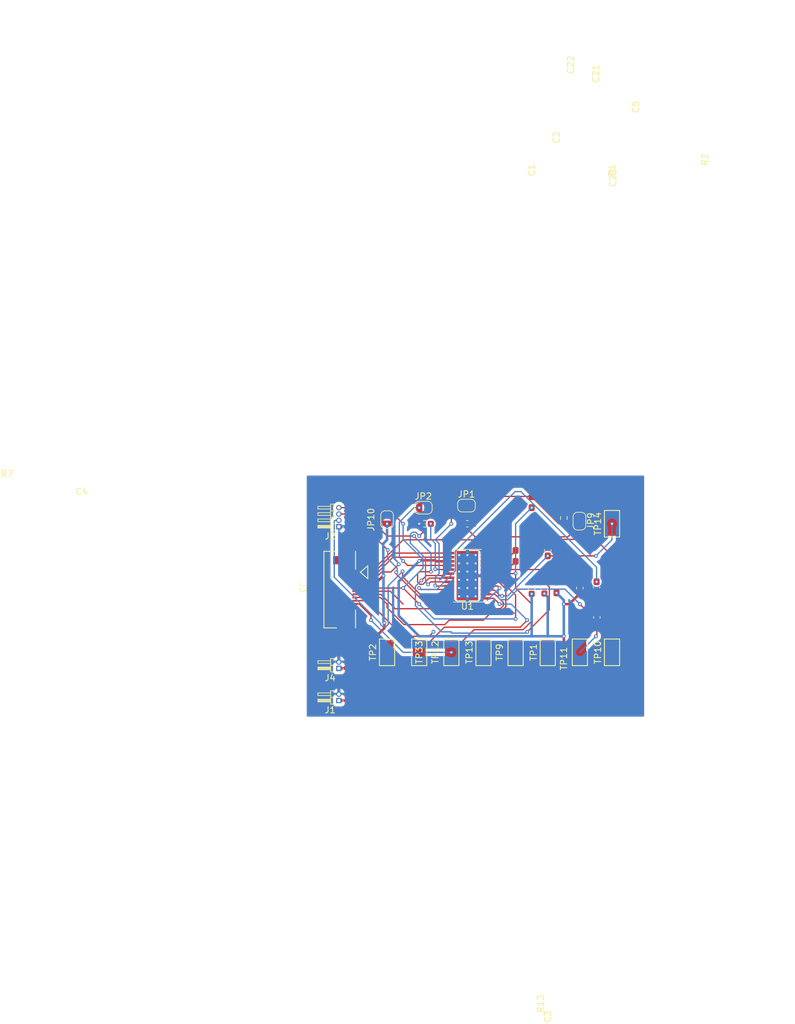
<source format=kicad_pcb>
(kicad_pcb (version 20221018) (generator pcbnew)
  (layers (0 "F.Cu" signal) (31 "B.Cu" signal) (34 "B.Paste" user) (35 "F.Paste" user) (36 "B.SilkS" user "B.Silkscreen") (37 "F.SilkS" user "F.Silkscreen") (38 "B.Mask" user) (39 "F.Mask" user) (44 "Edge.Cuts" user))
  (net 0 "")
  (net 1 "Net-(U1-CPN)")
  (net 2 "Net-(U1-CPP)")
  (net 3 "+12V")
  (net 4 "Net-(U1-VCP)")
  (net 5 "GND")
  (net 6 "/VINT")
  (net 7 "Net-(U1-RETRY)")
  (net 8 "Net-(J3-Hall_Sensor_Cbar)")
  (net 9 "Net-(J3-Hall_Sensor_C)")
  (net 10 "Net-(J3-Hall_Sensor_Abar)")
  (net 11 "Net-(J3-Hall_Sensor_A)")
  (net 12 "Net-(J3-Hall_Sensor_Bbar)")
  (net 13 "Net-(J3-Hall_Sensor_B)")
  (net 14 "Net-(JP1-B)")
  (net 15 "Net-(JP2-B)")
  (net 16 "Net-(JP9-A)")
  (net 17 "+5V")
  (net 18 "/FG")
  (net 19 "Net-(U1-RD)")
  (net 20 "Net-(U1-CS)")
  (net 21 "Net-(U1-DAA)")
  (net 22 "Net-(J3-Phase_C)")
  (net 23 "Net-(J3-Phase_B)")
  (net 24 "Net-(J3-Phase_A)")
  (net 25 "/PWM")
  (net 26 "/FR")
  (footprint "Connector_PinHeader_1.00mm:PinHeader_1x04_P1.00mm_Horizontal" (layer "F.Cu") (at 48.26 23.32 180)
    (fp_text reference "J2" (at 1.375 -1.5) (layer "F.SilkS"))
    (fp_text value "Conn_01x04_Pin")
    (pad "1" thru_hole rect (at 0 0 180) (size 0.85 0.85) (drill 0.5) (layers "*.Cu" "*.Mask") (net 5 "GND"))
    (pad "2" thru_hole oval (at 0 1 180) (size 0.85 0.85) (drill 0.5) (layers "*.Cu" "*.Mask") (net 26 "/FR"))
    (pad "3" thru_hole oval (at 0 2 180) (size 0.85 0.85) (drill 0.5) (layers "*.Cu" "*.Mask") (net 18 "/FG"))
    (pad "4" thru_hole oval (at 0 3 180) (size 0.85 0.85) (drill 0.5) (layers "*.Cu" "*.Mask") (net 25 "/PWM"))
  )
  (footprint "TestPoint:TestPoint_Keystone_5019_Minature" (layer "F.Cu") (at 55.88 43.18 90)
    (fp_text reference "TP2" (at 0 -2.25 90) (layer "F.SilkS"))
    (fp_text value "RD")
    (pad "1" smd rect (at 0 0 90) (size 3.8 2) (layers "F.Cu" "F.Paste" "F.Mask") (net 19 "Net-(U1-RD)"))
  )
  (footprint "Jumper:SolderJumper-2_P1.3mm_Open_RoundedPad1.0x1.5mm" (layer "F.Cu") (at 86.2914 22.446254 -90)
    (fp_text reference "JP9" (at 0 -1.8 90) (layer "F.SilkS"))
    (fp_text value "Jumper" hide)
    (pad "1" smd custom (at -0.65 0 270) (size 1 0.5) (layers "F.Cu" "F.Mask") (net 16 "Net-(JP9-A)") (options (clearance outline) (anchor rect)) (primitives (gr_circle (center 0 0.25) (end 0.5 0.25) (width 0) (fill yes)) (gr_circle (center 0 -0.25) (end 0.5 -0.25) (width 0) (fill yes)) (gr_poly (pts (xy 0.5 0.75) (xy 0 0.75) (xy 0 -0.75) (xy 0.5 -0.75)) (width 0) (fill yes))))
    (pad "2" smd custom (at 0.65 0 270) (size 1 0.5) (layers "F.Cu" "F.Mask") (net 6 "/VINT") (options (clearance outline) (anchor rect)) (primitives (gr_circle (center 0 0.25) (end 0.5 0.25) (width 0) (fill yes)) (gr_circle (center 0 -0.25) (end 0.5 -0.25) (width 0) (fill yes)) (gr_poly (pts (xy 0 0.75) (xy -0.5 0.75) (xy -0.5 -0.75) (xy 0 -0.75)) (width 0) (fill yes))))
  )
  (footprint "Library:conn01x12" (layer "F.Cu") (at 42.09 32.969982 -90)
    (fp_text reference "J3" (at 0 -0.5 -90 unlocked) (layer "F.SilkS") (effects (font (thickness 0.1))))
    (fp_text value "conn01x12")
    (fp_poly (pts (xy -4.999988 -8.31) (xy -6.099988 -8.31) (xy -6.099988 -6.11) (xy -4.999988 -6.11)) (fill solid) (layer "F.Cu"))
    (fp_poly (pts (xy 5.600012 -8.31) (xy 6.700012 -8.31) (xy 6.700012 -6.11) (xy 5.600012 -6.11)) (fill solid) (layer "F.Cu"))
    (pad "1" smd rect (at -2.449982 -8.71 270) (size 0.3 0.8) (layers "F.Cu" "F.Paste" "F.Mask") (net 22 "Net-(J3-Phase_C)"))
    (pad "2" smd rect (at -1.949984 -8.71 270) (size 0.3 0.8) (layers "F.Cu" "F.Paste" "F.Mask") (net 23 "Net-(J3-Phase_B)"))
    (pad "3" smd rect (at -1.449982 -8.71 270) (size 0.3 0.8) (layers "F.Cu" "F.Paste" "F.Mask") (net 24 "Net-(J3-Phase_A)"))
    (pad "4" smd rect (at -0.949983 -8.71 270) (size 0.3 0.8) (layers "F.Cu" "F.Paste" "F.Mask") (net 5 "GND"))
    (pad "5" smd rect (at -0.449981 -8.71 270) (size 0.3 0.8) (layers "F.Cu" "F.Paste" "F.Mask") (net 17 "+5V"))
    (pad "6" smd rect (at 0.050018 -8.71 270) (size 0.3 0.8) (layers "F.Cu" "F.Paste" "F.Mask") (net 9 "Net-(J3-Hall_Sensor_C)"))
    (pad "7" smd rect (at 0.550017 -8.71 270) (size 0.3 0.8) (layers "F.Cu" "F.Paste" "F.Mask") (net 13 "Net-(J3-Hall_Sensor_B)"))
    (pad "8" smd rect (at 1.050018 -8.71 270) (size 0.3 0.8) (layers "F.Cu" "F.Paste" "F.Mask") (net 11 "Net-(J3-Hall_Sensor_A)"))
    (pad "9" smd rect (at 1.550017 -8.71 270) (size 0.3 0.8) (layers "F.Cu" "F.Paste" "F.Mask") (net 12 "Net-(J3-Hall_Sensor_Bbar)"))
    (pad "10" smd rect (at 2.050019 -8.71 270) (size 0.3 0.8) (layers "F.Cu" "F.Paste" "F.Mask") (net 10 "Net-(J3-Hall_Sensor_Abar)"))
    (pad "11" smd rect (at 2.550018 -8.71 270) (size 0.3 0.8) (layers "F.Cu" "F.Paste" "F.Mask") (net 8 "Net-(J3-Hall_Sensor_Cbar)"))
    (pad "12" smd rect (at 3.050017 -8.71 270) (size 0.3 0.8) (layers "F.Cu" "F.Paste" "F.Mask"))
    (pad "P1" smd rect (at -4.349982 -6.785 270) (size 1.3 3.049999) (layers "F.Cu" "F.Paste" "F.Mask"))
    (pad "P2" smd rect (at 4.950006 -6.785 270) (size 1.3 3.049999) (layers "F.Cu" "F.Paste" "F.Mask"))
  )
  (footprint "Resistor_SMD:R_0603_1608Metric_Pad0.98x0.95mm_HandSolder" (layer "F.Cu") (at 83.82 21.9475 -90)
    (fp_text reference "R13" (at 76.765 3.65 90) (layer "F.SilkS"))
    (fp_text value "3.3k")
    (pad "1" smd roundrect (at -0.9125 0 270) (size 0.975 0.95) (layers "F.Cu" "F.Paste" "F.Mask") (net 16 "Net-(JP9-A)"))
    (pad "2" smd roundrect (at 0.9125 0 270) (size 0.975 0.95) (layers "F.Cu" "F.Paste" "F.Mask") (net 9 "Net-(J3-Hall_Sensor_C)"))
  )
  (footprint "Capacitor_SMD:C_0603_1608Metric_Pad1.08x0.95mm_HandSolder" (layer "F.Cu") (at 76.2 27.94 -90)
    (fp_text reference "C1" (at -60.96 -2.54 90) (layer "F.SilkS"))
    (fp_text value "0.1uF X7R")
    (pad "1" smd roundrect (at -0.8625 0 270) (size 1.075 0.95) (layers "F.Cu" "F.Paste" "F.Mask") (net 1 "Net-(U1-CPN)"))
    (pad "2" smd roundrect (at 0.8625 0 270) (size 1.075 0.95) (layers "F.Cu" "F.Paste" "F.Mask") (net 2 "Net-(U1-CPP)"))
  )
  (footprint "Package_SO:HTSSOP-24-1EP_4.4x7.8mm_P0.65mm_EP3.4x7.8mm_Mask2.4x4.68mm_ThermalVias" (layer "F.Cu") (at 68.58 31.07 180)
    (fp_text reference "U1" (at 0 -4.85) (layer "F.SilkS"))
    (fp_text value "DRV10970")
    (pad "1" smd roundrect (at -2.8625 -3.575 180) (size 1.575 0.4) (layers "F.Cu" "F.Paste" "F.Mask") (net 21 "Net-(U1-DAA)"))
    (pad "2" smd roundrect (at -2.8625 -2.925 180) (size 1.575 0.4) (layers "F.Cu" "F.Paste" "F.Mask") (net 11 "Net-(J3-Hall_Sensor_A)"))
    (pad "3" smd roundrect (at -2.8625 -2.275 180) (size 1.575 0.4) (layers "F.Cu" "F.Paste" "F.Mask") (net 10 "Net-(J3-Hall_Sensor_Abar)"))
    (pad "4" smd roundrect (at -2.8625 -1.625 180) (size 1.575 0.4) (layers "F.Cu" "F.Paste" "F.Mask") (net 13 "Net-(J3-Hall_Sensor_B)"))
    (pad "5" smd roundrect (at -2.8625 -0.975 180) (size 1.575 0.4) (layers "F.Cu" "F.Paste" "F.Mask") (net 12 "Net-(J3-Hall_Sensor_Bbar)"))
    (pad "6" smd roundrect (at -2.8625 -0.325 180) (size 1.575 0.4) (layers "F.Cu" "F.Paste" "F.Mask") (net 9 "Net-(J3-Hall_Sensor_C)"))
    (pad "7" smd roundrect (at -2.8625 0.325 180) (size 1.575 0.4) (layers "F.Cu" "F.Paste" "F.Mask") (net 8 "Net-(J3-Hall_Sensor_Cbar)"))
    (pad "8" smd roundrect (at -2.8625 0.975 180) (size 1.575 0.4) (layers "F.Cu" "F.Paste" "F.Mask") (net 4 "Net-(U1-VCP)"))
    (pad "9" smd roundrect (at -2.8625 1.625 180) (size 1.575 0.4) (layers "F.Cu" "F.Paste" "F.Mask") (net 2 "Net-(U1-CPP)"))
    (pad "10" smd roundrect (at -2.8625 2.275 180) (size 1.575 0.4) (layers "F.Cu" "F.Paste" "F.Mask") (net 1 "Net-(U1-CPN)"))
    (pad "11" smd roundrect (at -2.8625 2.925 180) (size 1.575 0.4) (layers "F.Cu" "F.Paste" "F.Mask") (net 22 "Net-(J3-Phase_C)"))
    (pad "12" smd roundrect (at -2.8625 3.575 180) (size 1.575 0.4) (layers "F.Cu" "F.Paste" "F.Mask") (net 5 "GND"))
    (pad "13" smd roundrect (at 2.8625 3.575 180) (size 1.575 0.4) (layers "F.Cu" "F.Paste" "F.Mask") (net 23 "Net-(J3-Phase_B)"))
    (pad "14" smd roundrect (at 2.8625 2.925 180) (size 1.575 0.4) (layers "F.Cu" "F.Paste" "F.Mask") (net 24 "Net-(J3-Phase_A)"))
    (pad "15" smd roundrect (at 2.8625 2.275 180) (size 1.575 0.4) (layers "F.Cu" "F.Paste" "F.Mask") (net 3 "+12V"))
    (pad "16" smd roundrect (at 2.8625 1.625 180) (size 1.575 0.4) (layers "F.Cu" "F.Paste" "F.Mask") (net 6 "/VINT"))
    (pad "17" smd roundrect (at 2.8625 0.975 180) (size 1.575 0.4) (layers "F.Cu" "F.Paste" "F.Mask") (net 20 "Net-(U1-CS)"))
    (pad "18" smd roundrect (at 2.8625 0.325 180) (size 1.575 0.4) (layers "F.Cu" "F.Paste" "F.Mask") (net 19 "Net-(U1-RD)"))
    (pad "19" smd roundrect (at 2.8625 -0.325 180) (size 1.575 0.4) (layers "F.Cu" "F.Paste" "F.Mask") (net 25 "/PWM"))
    (pad "20" smd roundrect (at 2.8625 -0.975 180) (size 1.575 0.4) (layers "F.Cu" "F.Paste" "F.Mask") (net 15 "Net-(JP2-B)"))
    (pad "21" smd roundrect (at 2.8625 -1.625 180) (size 1.575 0.4) (layers "F.Cu" "F.Paste" "F.Mask") (net 14 "Net-(JP1-B)"))
    (pad "22" smd roundrect (at 2.8625 -2.275 180) (size 1.575 0.4) (layers "F.Cu" "F.Paste" "F.Mask") (net 7 "Net-(U1-RETRY)"))
    (pad "23" smd roundrect (at 2.8625 -2.925 180) (size 1.575 0.4) (layers "F.Cu" "F.Paste" "F.Mask") (net 26 "/FR"))
    (pad "24" smd roundrect (at 2.8625 -3.575 180) (size 1.575 0.4) (layers "F.Cu" "F.Paste" "F.Mask") (net 18 "/FG"))
    (pad "25" thru_hole circle (at -1.3 -3.25 180) (size 0.6 0.6) (drill 0.3) (layers "*.Cu") (net 5 "GND"))
    (pad "25" thru_hole circle (at -1.3 -1.95 180) (size 0.6 0.6) (drill 0.3) (layers "*.Cu") (net 5 "GND"))
    (pad "25" thru_hole circle (at -1.3 -0.65 180) (size 0.6 0.6) (drill 0.3) (layers "*.Cu") (net 5 "GND"))
    (pad "25" thru_hole circle (at -1.3 0.65 180) (size 0.6 0.6) (drill 0.3) (layers "*.Cu") (net 5 "GND"))
    (pad "25" thru_hole circle (at -1.3 1.95 180) (size 0.6 0.6) (drill 0.3) (layers "*.Cu") (net 5 "GND"))
    (pad "25" thru_hole circle (at -1.3 3.25 180) (size 0.6 0.6) (drill 0.3) (layers "*.Cu") (net 5 "GND"))
    (pad "25" thru_hole circle (at 0 -3.25 180) (size 0.6 0.6) (drill 0.3) (layers "*.Cu") (net 5 "GND"))
    (pad "25" thru_hole circle (at 0 -1.95 180) (size 0.6 0.6) (drill 0.3) (layers "*.Cu") (net 5 "GND"))
    (pad "25" thru_hole circle (at 0 -0.65 180) (size 0.6 0.6) (drill 0.3) (layers "*.Cu") (net 5 "GND"))
    (pad "25" smd rect (at 0 0 180) (size 3.2 7.1) (layers "B.Cu") (net 5 "GND"))
    (pad "25" smd rect (at 0 0 180) (size 3.4 7.8) (layers "F.Cu") (net 5 "GND"))
    (pad "25" thru_hole circle (at 0 0.65 180) (size 0.6 0.6) (drill 0.3) (layers "*.Cu") (net 5 "GND"))
    (pad "25" thru_hole circle (at 0 1.95 180) (size 0.6 0.6) (drill 0.3) (layers "*.Cu") (net 5 "GND"))
    (pad "25" thru_hole circle (at 0 3.25 180) (size 0.6 0.6) (drill 0.3) (layers "*.Cu") (net 5 "GND"))
    (pad "25" thru_hole circle (at 1.3 -3.25 180) (size 0.6 0.6) (drill 0.3) (layers "*.Cu") (net 5 "GND"))
    (pad "25" thru_hole circle (at 1.3 -1.95 180) (size 0.6 0.6) (drill 0.3) (layers "*.Cu") (net 5 "GND"))
    (pad "25" thru_hole circle (at 1.3 -0.65 180) (size 0.6 0.6) (drill 0.3) (layers "*.Cu") (net 5 "GND"))
    (pad "25" thru_hole circle (at 1.3 0.65 180) (size 0.6 0.6) (drill 0.3) (layers "*.Cu") (net 5 "GND"))
    (pad "25" thru_hole circle (at 1.3 1.95 180) (size 0.6 0.6) (drill 0.3) (layers "*.Cu") (net 5 "GND"))
    (pad "25" thru_hole circle (at 1.3 3.25 180) (size 0.6 0.6) (drill 0.3) (layers "*.Cu") (net 5 "GND"))
  )
  (footprint "Capacitor_SMD:C_0603_1608Metric_Pad1.08x0.95mm_HandSolder" (layer "F.Cu") (at 86.36 33.02 -90)
    (fp_text reference "C3" (at 67.7175 5.08 90) (layer "F.SilkS"))
    (fp_text value "10uF 25V")
    (pad "1" smd roundrect (at -0.8625 0 270) (size 1.075 0.95) (layers "F.Cu" "F.Paste" "F.Mask") (net 5 "GND"))
    (pad "2" smd roundrect (at 0.8625 0 270) (size 1.075 0.95) (layers "F.Cu" "F.Paste" "F.Mask") (net 3 "+12V"))
  )
  (footprint "Capacitor_SMD:C_0603_1608Metric_Pad1.08x0.95mm_HandSolder" (layer "F.Cu") (at 89.00033 32.892489 90)
    (fp_text reference "C5" (at 75.9025 6.19 90) (layer "F.SilkS"))
    (fp_text value "1uF")
    (pad "1" smd roundrect (at -0.8625 0 90) (size 1.075 0.95) (layers "F.Cu" "F.Paste" "F.Mask") (net 5 "GND"))
    (pad "2" smd roundrect (at 0.8625 0 90) (size 1.075 0.95) (layers "F.Cu" "F.Paste" "F.Mask") (net 7 "Net-(U1-RETRY)"))
  )
  (footprint "TestPoint:TestPoint_Keystone_5019_Minature" (layer "F.Cu") (at 91.44 43.18 90)
    (fp_text reference "TP10" (at 0 -2.25 90) (layer "F.SilkS"))
    (fp_text value "U_HP")
    (pad "1" smd rect (at 0 0 90) (size 3.8 2) (layers "F.Cu" "F.Paste" "F.Mask") (net 11 "Net-(J3-Hall_Sensor_A)"))
  )
  (footprint "Capacitor_SMD:C_0603_1608Metric_Pad1.08x0.95mm_HandSolder" (layer "F.Cu") (at 89.050496 37.6582 90)
    (fp_text reference "C23" (at 69.4425 2.54 90) (layer "F.SilkS"))
    (fp_text value "1uF 16V")
    (pad "1" smd roundrect (at -0.8625 0 90) (size 1.075 0.95) (layers "F.Cu" "F.Paste" "F.Mask") (net 12 "Net-(J3-Hall_Sensor_Bbar)"))
    (pad "2" smd roundrect (at 0.8625 0 90) (size 1.075 0.95) (layers "F.Cu" "F.Paste" "F.Mask") (net 13 "Net-(J3-Hall_Sensor_B)"))
  )
  (footprint "TestPoint:TestPoint_Keystone_5019_Minature" (layer "F.Cu") (at 66.04 43.18 90)
    (fp_text reference "TP12" (at 0 -2.54 90) (layer "F.SilkS"))
    (fp_text value "W_HN")
    (pad "1" smd rect (at 0 0 90) (size 3.8 2) (layers "F.Cu" "F.Paste" "F.Mask") (net 8 "Net-(J3-Hall_Sensor_Cbar)"))
  )
  (footprint "TestPoint:TestPoint_Keystone_5019_Minature" (layer "F.Cu") (at 91.44 22.86 90)
    (fp_text reference "TP14" (at 0 -2.25 90) (layer "F.SilkS"))
    (fp_text value "U_HN")
    (pad "1" smd rect (at 0 0 90) (size 3.8 2) (layers "F.Cu" "F.Paste" "F.Mask") (net 10 "Net-(J3-Hall_Sensor_Abar)"))
  )
  (footprint "Jumper:SolderJumper-2_P1.3mm_Open_RoundedPad1.0x1.5mm" (layer "F.Cu") (at 68.430378 19.9903)
    (fp_text reference "JP1" (at 0 -1.8) (layer "F.SilkS"))
    (fp_text value "Jumper" hide)
    (pad "1" smd custom (at -0.65 0) (size 1 0.5) (layers "F.Cu" "F.Mask") (net 6 "/VINT") (options (clearance outline) (anchor rect)) (primitives (gr_circle (center 0 0.25) (end 0.5 0.25) (width 0) (fill yes)) (gr_circle (center 0 -0.25) (end 0.5 -0.25) (width 0) (fill yes)) (gr_poly (pts (xy 0.5 0.75) (xy 0 0.75) (xy 0 -0.75) (xy 0.5 -0.75)) (width 0) (fill yes))))
    (pad "2" smd custom (at 0.65 0) (size 1 0.5) (layers "F.Cu" "F.Mask") (net 14 "Net-(JP1-B)") (options (clearance outline) (anchor rect)) (primitives (gr_circle (center 0 0.25) (end 0.5 0.25) (width 0) (fill yes)) (gr_circle (center 0 -0.25) (end 0.5 -0.25) (width 0) (fill yes)) (gr_poly (pts (xy 0 0.75) (xy -0.5 0.75) (xy -0.5 -0.75) (xy 0 -0.75)) (width 0) (fill yes))))
  )
  (footprint "Jumper:SolderJumper-2_P1.3mm_Open_RoundedPad1.0x1.5mm" (layer "F.Cu") (at 61.61 20.32)
    (fp_text reference "JP2" (at 0 -1.8) (layer "F.SilkS"))
    (fp_text value "Jumper" hide)
    (pad "1" smd custom (at -0.65 0) (size 1 0.5) (layers "F.Cu" "F.Mask") (net 6 "/VINT") (options (clearance outline) (anchor rect)) (primitives (gr_circle (center 0 0.25) (end 0.5 0.25) (width 0) (fill yes)) (gr_circle (center 0 -0.25) (end 0.5 -0.25) (width 0) (fill yes)) (gr_poly (pts (xy 0.5 0.75) (xy 0 0.75) (xy 0 -0.75) (xy 0.5 -0.75)) (width 0) (fill yes))))
    (pad "2" smd custom (at 0.65 0) (size 1 0.5) (layers "F.Cu" "F.Mask") (net 15 "Net-(JP2-B)") (options (clearance outline) (anchor rect)) (primitives (gr_circle (center 0 0.25) (end 0.5 0.25) (width 0) (fill yes)) (gr_circle (center 0 -0.25) (end 0.5 -0.25) (width 0) (fill yes)) (gr_poly (pts (xy 0 0.75) (xy -0.5 0.75) (xy -0.5 -0.75) (xy 0 -0.75)) (width 0) (fill yes))))
  )
  (footprint "TestPoint:TestPoint_Keystone_5019_Minature" (layer "F.Cu") (at 76.2 43.18 90)
    (fp_text reference "TP9" (at 0 -2.54 90) (layer "F.SilkS"))
    (fp_text value "W_HP")
    (pad "1" smd rect (at 0 0 90) (size 3.8 2) (layers "F.Cu" "F.Paste" "F.Mask") (net 9 "Net-(J3-Hall_Sensor_C)"))
  )
  (footprint "TestPoint:TestPoint_Keystone_5019_Minature" (layer "F.Cu") (at 81.28 43.18 90)
    (fp_text reference "TP1" (at 0 -2.25 90) (layer "F.SilkS"))
    (fp_text value "FG")
    (pad "1" smd rect (at 0 0 90) (size 3.8 2) (layers "F.Cu" "F.Paste" "F.Mask") (net 18 "/FG"))
  )
  (footprint "Connector_PinHeader_1.00mm:PinHeader_1x02_P1.00mm_Horizontal" (layer "F.Cu") (at 48.26 45.72 180)
    (fp_text reference "J4" (at 1.375 -1.5) (layer "F.SilkS"))
    (fp_text value "Conn_01x02_Pin")
    (pad "1" thru_hole rect (at 0 0 180) (size 0.85 0.85) (drill 0.5) (layers "*.Cu" "*.Mask") (net 17 "+5V"))
    (pad "2" thru_hole oval (at 0 1 180) (size 0.85 0.85) (drill 0.5) (layers "*.Cu" "*.Mask") (net 5 "GND"))
  )
  (footprint "Capacitor_SMD:C_0603_1608Metric_Pad1.08x0.95mm_HandSolder" (layer "F.Cu") (at 82.664046 32.92568 90)
    (fp_text reference "C2" (at 71.12 0 90) (layer "F.SilkS"))
    (fp_text value "1uF 16V")
    (pad "1" smd roundrect (at -0.8625 0 90) (size 1.075 0.95) (layers "F.Cu" "F.Paste" "F.Mask") (net 3 "+12V"))
    (pad "2" smd roundrect (at 0.8625 0 90) (size 1.075 0.95) (layers "F.Cu" "F.Paste" "F.Mask") (net 4 "Net-(U1-VCP)"))
  )
  (footprint "Capacitor_SMD:C_0603_1608Metric_Pad1.08x0.95mm_HandSolder" (layer "F.Cu") (at 68.58 22.86 180)
    (fp_text reference "C4" (at 60.96 5.08) (layer "F.SilkS"))
    (fp_text value "2.2uF 10V")
    (pad "1" smd roundrect (at -0.8625 0 180) (size 1.075 0.95) (layers "F.Cu" "F.Paste" "F.Mask") (net 5 "GND"))
    (pad "2" smd roundrect (at 0.8625 0 180) (size 1.075 0.95) (layers "F.Cu" "F.Paste" "F.Mask") (net 6 "/VINT"))
  )
  (footprint "Connector_PinHeader_1.00mm:PinHeader_1x02_P1.00mm_Horizontal" (layer "F.Cu") (at 48.26 50.8 180)
    (fp_text reference "J1" (at 1.375 -1.5) (layer "F.SilkS"))
    (fp_text value "Conn_01x02_Pin")
    (pad "1" thru_hole rect (at 0 0 180) (size 0.85 0.85) (drill 0.5) (layers "*.Cu" "*.Mask") (net 3 "+12V"))
    (pad "2" thru_hole oval (at 0 1 180) (size 0.85 0.85) (drill 0.5) (layers "*.Cu" "*.Mask") (net 5 "GND"))
  )
  (footprint "Resistor_SMD:R_0603_1608Metric_Pad0.98x0.95mm_HandSolder" (layer "F.Cu") (at 80.746614 32.971896 90)
    (fp_text reference "R2" (at 67.6675 25.4 90) (layer "F.SilkS"))
    (fp_text value "3.3k" hide)
    (pad "1" smd roundrect (at -0.9125 0 90) (size 0.975 0.95) (layers "F.Cu" "F.Paste" "F.Mask") (net 3 "+12V"))
    (pad "2" smd roundrect (at 0.9125 0 90) (size 0.975 0.95) (layers "F.Cu" "F.Paste" "F.Mask") (net 19 "Net-(U1-RD)"))
  )
  (footprint "Capacitor_SMD:C_0603_1608Metric_Pad1.08x0.95mm_HandSolder" (layer "F.Cu") (at 81.28 27.0775 90)
    (fp_text reference "C22" (at 76.765 3.65 90) (layer "F.SilkS"))
    (fp_text value "1uF 16V")
    (pad "1" smd roundrect (at -0.8625 0 90) (size 1.075 0.95) (layers "F.Cu" "F.Paste" "F.Mask") (net 10 "Net-(J3-Hall_Sensor_Abar)"))
    (pad "2" smd roundrect (at 0.8625 0 90) (size 1.075 0.95) (layers "F.Cu" "F.Paste" "F.Mask") (net 11 "Net-(J3-Hall_Sensor_A)"))
  )
  (footprint "Resistor_SMD:R_0603_1608Metric_Pad0.98x0.95mm_HandSolder" (layer "F.Cu") (at 78.74 33.02 90)
    (fp_text reference "R1" (at 66.04 12.7 90) (layer "F.SilkS"))
    (fp_text value "3.3k")
    (pad "1" smd roundrect (at -0.9125 0 90) (size 0.975 0.95) (layers "F.Cu" "F.Paste" "F.Mask") (net 3 "+12V"))
    (pad "2" smd roundrect (at 0.9125 0 90) (size 0.975 0.95) (layers "F.Cu" "F.Paste" "F.Mask") (net 18 "/FG"))
  )
  (footprint "TestPoint:TestPoint_Keystone_5019_Minature" (layer "F.Cu") (at 86.36 43.18 90)
    (fp_text reference "TP11" (at -0.9875 -2.54 90) (layer "F.SilkS"))
    (fp_text value "V_HN")
    (pad "1" smd rect (at 0 0 90) (size 3.8 2) (layers "F.Cu" "F.Paste" "F.Mask") (net 12 "Net-(J3-Hall_Sensor_Bbar)"))
  )
  (footprint "Resistor_SMD:R_0603_1608Metric_Pad0.98x0.95mm_HandSolder" (layer "F.Cu") (at 61.8725 22.86)
    (fp_text reference "R7" (at -66.081254 -7.884125) (layer "F.SilkS"))
    (fp_text value "24k")
    (pad "1" smd roundrect (at -0.9125 0) (size 0.975 0.95) (layers "F.Cu" "F.Paste" "F.Mask") (net 5 "GND"))
    (pad "2" smd roundrect (at 0.9125 0) (size 0.975 0.95) (layers "F.Cu" "F.Paste" "F.Mask") (net 20 "Net-(U1-CS)"))
  )
  (footprint "TestPoint:TestPoint_Keystone_5019_Minature" (layer "F.Cu") (at 71.12 43.18 90)
    (fp_text reference "TP13" (at 0 -2.25 90) (layer "F.SilkS"))
    (fp_text value "V_HP")
    (pad "1" smd rect (at 0 0 90) (size 3.8 2) (layers "F.Cu" "F.Paste" "F.Mask") (net 13 "Net-(J3-Hall_Sensor_B)"))
  )
  (footprint "TestPoint:TestPoint_Keystone_5019_Minature" (layer "F.Cu") (at 60.96 43.18 90)
    (fp_text reference "TP33" (at 0 0 90) (layer "F.SilkS"))
    (fp_text value "DAA")
    (pad "1" smd rect (at 0 0 90) (size 3.8 2) (layers "F.Cu" "F.Paste" "F.Mask") (net 21 "Net-(U1-DAA)"))
  )
  (footprint "Jumper:SolderJumper-2_P1.3mm_Open_RoundedPad1.0x1.5mm" (layer "F.Cu") (at 55.88 22.21 -90)
    (fp_text reference "JP10" (at 0 2.54 90) (layer "F.SilkS"))
    (fp_text value "Jumper" hide)
    (pad "1" smd custom (at -0.65 0 270) (size 1 0.5) (layers "F.Cu" "F.Mask") (net 9 "Net-(J3-Hall_Sensor_C)") (options (clearance outline) (anchor rect)) (primitives (gr_circle (center 0 0.25) (end 0.5 0.25) (width 0) (fill yes)) (gr_circle (center 0 -0.25) (end 0.5 -0.25) (width 0) (fill yes)) (gr_poly (pts (xy 0.5 0.75) (xy 0 0.75) (xy 0 -0.75) (xy 0.5 -0.75)) (width 0) (fill yes))))
    (pad "2" smd custom (at 0.65 0 270) (size 1 0.5) (layers "F.Cu" "F.Mask") (net 17 "+5V") (options (clearance outline) (anchor rect)) (primitives (gr_circle (center 0 0.25) (end 0.5 0.25) (width 0) (fill yes)) (gr_circle (center 0 -0.25) (end 0.5 -0.25) (width 0) (fill yes)) (gr_poly (pts (xy 0 0.75) (xy -0.5 0.75) (xy -0.5 -0.75) (xy 0 -0.75)) (width 0) (fill yes))))
  )
  (footprint "Capacitor_SMD:C_0603_1608Metric_Pad1.08x0.95mm_HandSolder" (layer "F.Cu") (at 78.74 19.4575 90)
    (fp_text reference "C21" (at 67.7175 10.16 90) (layer "F.SilkS"))
    (fp_text value "1uF 16V" hide)
    (pad "1" smd roundrect (at -0.8625 0 90) (size 1.075 0.95) (layers "F.Cu" "F.Paste" "F.Mask") (net 8 "Net-(J3-Hall_Sensor_Cbar)"))
    (pad "2" smd roundrect (at 0.8625 0 90) (size 1.075 0.95) (layers "F.Cu" "F.Paste" "F.Mask") (net 9 "Net-(J3-Hall_Sensor_C)"))
  )
  (segment (start 76.2 27.11) (end 76.2 27.0775) (width 0.2) (layer "F.Cu") (net 1))
  (segment (start 74.515 28.795) (end 76.2 27.11) (width 0.2) (layer "F.Cu") (net 1))
  (segment (start 71.4425 28.795) (end 74.515 28.795) (width 0.2) (layer "F.Cu") (net 1))
  (segment (start 71.4425 29.445) (end 75.5575 29.445) (width 0.2) (layer "F.Cu") (net 2))
  (segment (start 75.5575 29.445) (end 76.2 28.8025) (width 0.2) (layer "F.Cu") (net 2))
  (segment (start 60.96 28.645) (end 60.96 28.745) (width 0.4) (layer "F.Cu") (net 3))
  (segment (start 83.82 44.34) (end 83.82 40.64) (width 0.4) (layer "F.Cu") (net 3))
  (segment (start 83.82 35.56) (end 84.6825 35.56) (width 0.4) (layer "F.Cu") (net 3))
  (segment (start 84.6825 35.56) (end 86.36 33.8825) (width 0.4) (layer "F.Cu") (net 3))
  (segment (start 48.26 50.8) (end 77.36 50.8) (width 0.4) (layer "F.Cu") (net 3))
  (segment (start 65.7175 28.795) (end 63.65 28.795) (width 0.4) (layer "F.Cu") (net 3))
  (segment (start 63.5 28.645) (end 60.96 28.645) (width 0.4) (layer "F.Cu") (net 3))
  (segment (start 77.36 50.8) (end 83.82 44.34) (width 0.4) (layer "F.Cu") (net 3))
  (segment (start 63.65 28.795) (end 63.5 28.645) (width 0.4) (layer "F.Cu") (net 3))
  (via (at 60.96 28.745) (size 0.6) (drill 0.3) (layers "F.Cu" "B.Cu") (net 3))
  (via (at 83.82 35.56) (size 0.6) (drill 0.3) (layers "F.Cu" "B.Cu") (net 3))
  (via (at 82.664046 33.78818) (size 0.6) (drill 0.3) (layers "F.Cu" "B.Cu") (net 3))
  (via (at 78.74 33.9325) (size 0.6) (drill 0.3) (layers "F.Cu" "B.Cu") (net 3))
  (via (at 83.82 40.64) (size 0.6) (drill 0.3) (layers "F.Cu" "B.Cu") (net 3))
  (via (at 80.746614 33.884396) (size 0.6) (drill 0.3) (layers "F.Cu" "B.Cu") (net 3))
  (segment (start 81.28 40.64) (end 83.82 40.64) (width 0.4) (layer "B.Cu") (net 3))
  (segment (start 60.96 28.745) (end 57.72 31.985) (width 0.4) (layer "B.Cu") (net 3))
  (segment (start 57.72 31.985) (end 57.72 37.4) (width 0.4) (layer "B.Cu") (net 3))
  (segment (start 83.82 34.944134) (end 82.664046 33.78818) (width 0.4) (layer "B.Cu") (net 3))
  (segment (start 81.28 34.417782) (end 80.746614 33.884396) (width 0.4) (layer "B.Cu") (net 3))
  (segment (start 81.28 40.64) (end 81.28 34.417782) (width 0.4) (layer "B.Cu") (net 3))
  (segment (start 83.82 35.56) (end 83.82 34.944134) (width 0.4) (layer "B.Cu") (net 3))
  (segment (start 83.82 40.64) (end 83.82 35.56) (width 0.4) (layer "B.Cu") (net 3))
  (segment (start 60.96 40.64) (end 78.74 40.64) (width 0.4) (layer "B.Cu") (net 3))
  (segment (start 78.74 40.64) (end 81.28 40.64) (width 0.4) (layer "B.Cu") (net 3))
  (segment (start 78.74 40.64) (end 78.74 33.9325) (width 0.4) (layer "B.Cu") (net 3))
  (segment (start 57.72 37.4) (end 60.96 40.64) (width 0.4) (layer "B.Cu") (net 3))
  (segment (start 80.695866 30.095) (end 71.4425 30.095) (width 0.2) (layer "F.Cu") (net 4))
  (segment (start 82.664046 32.06318) (end 80.695866 30.095) (width 0.2) (layer "F.Cu") (net 4))
  (segment (start 55.037058 30.48) (end 55.88 30.48) (width 0.2) (layer "F.Cu") (net 5))
  (segment (start 54.188529 31.328529) (end 55.037058 30.48) (width 0.2) (layer "F.Cu") (net 5))
  (segment (start 50.8 32.019999) (end 53.497059 32.019999) (width 0.2) (layer "F.Cu") (net 5))
  (segment (start 55.88 30.48) (end 56.502567 30.48) (width 0.2) (layer "F.Cu") (net 5))
  (segment (start 56.502567 30.48) (end 57.7214 29.261167) (width 0.2) (layer "F.Cu") (net 5))
  (segment (start 53.497059 32.019999) (end 54.188529 31.328529) (width 0.2) (layer "F.Cu") (net 5))
  (via (at 60.96 22.86) (size 0.6) (drill 0.3) (layers "F.Cu" "B.Cu") (net 5))
  (via (at 57.7214 29.261167) (size 0.6) (drill 0.3) (layers "F.Cu" "B.Cu") (net 5))
  (segment (start 67.780378 19.9903) (end 67.780378 22.060378) (width 0.2) (layer "F.Cu") (net 6))
  (segment (start 67.780378 22.060378) (end 67.7175 22.123256) (width 0.2) (layer "F.Cu") (net 6))
  (segment (start 86.2914 23.096254) (end 84.460154 24.9275) (width 0.2) (layer "F.Cu") (net 6))
  (segment (start 65.7175 29.445) (end 59.12 29.445) (width 0.2) (layer "F.Cu") (net 6))
  (segment (start 67.7175 22.123256) (end 67.7175 22.86) (width 0.2) (layer "F.Cu") (net 6))
  (segment (start 69.785 24.9275) (end 67.7175 22.86) (width 0.2) (layer "F.Cu") (net 6))
  (segment (start 59.12 29.445) (end 58.42 28.745) (width 0.2) (layer "F.Cu") (net 6))
  (segment (start 84.460154 24.9275) (end 69.785 24.9275) (width 0.2) (layer "F.Cu") (net 6))
  (via (at 58.42 28.745) (size 0.6) (drill 0.3) (layers "F.Cu" "B.Cu") (net 6))
  (via (at 60.96 20.32) (size 0.6) (drill 0.3) (layers "F.Cu" "B.Cu") (net 6))
  (segment (start 57.82 28.145) (end 57.82 22.611471) (width 0.2) (layer "B.Cu") (net 6))
  (segment (start 58.42 28.745) (end 57.82 28.145) (width 0.2) (layer "B.Cu") (net 6))
  (segment (start 60.111471 20.32) (end 60.96 20.32) (width 0.2) (layer "B.Cu") (net 6))
  (segment (start 57.82 22.611471) (end 60.111471 20.32) (width 0.2) (layer "B.Cu") (net 6))
  (segment (start 61.185 33.245) (end 60.96 33.02) (width 0.2) (layer "F.Cu") (net 7))
  (segment (start 65.6175 33.245) (end 61.185 33.245) (width 0.2) (layer "F.Cu") (net 7))
  (segment (start 65.7175 33.345) (end 65.6175 33.245) (width 0.2) (layer "F.Cu") (net 7))
  (via (at 60.96 33.02) (size 0.6) (drill 0.3) (layers "F.Cu" "B.Cu") (net 7))
  (via (at 89.00033 32.029989) (size 0.6) (drill 0.3) (layers "F.Cu" "B.Cu") (net 7))
  (segment (start 89.00033 29.731801) (end 89.00033 32.029989) (width 0.2) (layer "B.Cu") (net 7))
  (segment (start 77.048529 17.78) (end 89.00033 29.731801) (width 0.2) (layer "B.Cu") (net 7))
  (segment (start 66.68 27.22) (end 76.12 17.78) (width 0.2) (layer "B.Cu") (net 7))
  (segment (start 63.748529 33.245) (end 66.68 30.313529) (width 0.2) (layer "B.Cu") (net 7))
  (segment (start 61.185 33.245) (end 63.748529 33.245) (width 0.2) (layer "B.Cu") (net 7))
  (segment (start 66.68 30.313529) (end 66.68 27.22) (width 0.2) (layer "B.Cu") (net 7))
  (segment (start 76.12 17.78) (end 77.048529 17.78) (width 0.2) (layer "B.Cu") (net 7))
  (segment (start 60.96 33.02) (end 61.185 33.245) (width 0.2) (layer "B.Cu") (net 7))
  (segment (start 50.8 35.52) (end 51.450001 35.52) (width 0.2) (layer "F.Cu") (net 8))
  (segment (start 77.388218 39.600311) (end 78.74 38.248529) (width 0.2) (layer "F.Cu") (net 8))
  (segment (start 69.619689 39.600311) (end 77.388218 39.600311) (width 0.2) (layer "F.Cu") (net 8))
  (segment (start 76.2 33.02) (end 76.2 30.695) (width 0.2) (layer "F.Cu") (net 8))
  (segment (start 71.4425 30.745) (end 76.15 30.745) (width 0.2) (layer "F.Cu") (net 8))
  (segment (start 51.450001 35.52) (end 53.34 37.409999) (width 0.2) (layer "F.Cu") (net 8))
  (segment (start 53.34 37.409999) (end 53.34 38.1) (width 0.2) (layer "F.Cu") (net 8))
  (segment (start 78.74 35.56) (end 76.2 33.02) (width 0.2) (layer "F.Cu") (net 8))
  (segment (start 78.74 38.248529) (end 78.74 35.56) (width 0.2) (layer "F.Cu") (net 8))
  (segment (start 76.15 30.745) (end 76.2 30.695) (width 0.2) (layer "F.Cu") (net 8))
  (segment (start 66.04 43.18) (end 69.619689 39.600311) (width 0.2) (layer "F.Cu") (net 8))
  (via (at 53.34 38.1) (size 0.6) (drill 0.3) (layers "F.Cu" "B.Cu") (net 8))
  (via (at 76.2 30.695) (size 0.6) (drill 0.3) (layers "F.Cu" "B.Cu") (net 8))
  (via (at 78.74 20.32) (size 0.6) (drill 0.3) (layers "F.Cu" "B.Cu") (net 8))
  (via (at 66.04 43.18) (size 0.6) (drill 0.3) (layers "F.Cu" "B.Cu") (net 8))
  (segment (start 76.2 22.86) (end 78.74 20.32) (width 0.2) (layer "B.Cu") (net 8))
  (segment (start 76.2 30.695) (end 76.2 22.86) (width 0.2) (layer "B.Cu") (net 8))
  (segment (start 53.34 38.1) (end 58.42 43.18) (width 0.2) (layer "B.Cu") (net 8))
  (segment (start 58.42 43.18) (end 66.04 43.18) (width 0.2) (layer "B.Cu") (net 8))
  (segment (start 57.12 21.56) (end 58.42 22.86) (width 0.2) (layer "F.Cu") (net 9))
  (segment (start 50.8 33.02) (end 55.88 33.02) (width 0.2) (layer "F.Cu") (net 9))
  (segment (start 55.88 21.56) (end 57.12 21.56) (width 0.2) (layer "F.Cu") (net 9))
  (segment (start 58.8997 18.5403) (end 55.88 21.56) (width 0.2) (layer "F.Cu") (net 9))
  (segment (start 76.2 34.145786) (end 76.2 37.9) (width 0.2) (layer "F.Cu") (net 9))
  (segment (start 78.74 18.595) (end 78.6853 18.5403) (width 0.2) (layer "F.Cu") (net 9))
  (segment (start 71.4425 31.395) (end 73.449214 31.395) (width 0.2) (layer "F.Cu") (net 9))
  (segment (start 78.6853 18.5403) (end 58.8997 18.5403) (width 0.2) (layer "F.Cu") (net 9))
  (segment (start 55.88 33.02) (end 58.42 33.02) (width 0.2) (layer "F.Cu") (net 9))
  (segment (start 73.449214 31.395) (end 76.2 34.145786) (width 0.2) (layer "F.Cu") (net 9))
  (segment (start 83.82 22.86) (end 83.005 22.86) (width 0.2) (layer "F.Cu") (net 9))
  (segment (start 83.005 22.86) (end 78.74 18.595) (width 0.2) (layer "F.Cu") (net 9))
  (segment (start 58.42 33.02) (end 60.96 35.56) (width 0.2) (layer "F.Cu") (net 9))
  (via (at 76.2 37.9) (size 0.6) (drill 0.3) (layers "F.Cu" "B.Cu") (net 9))
  (via (at 58.42 33.02) (size 0.6) (drill 0.3) (layers "F.Cu" "B.Cu") (net 9))
  (via (at 60.96 35.56) (size 0.6) (drill 0.3) (layers "F.Cu" "B.Cu") (net 9))
  (via (at 58.42 22.86) (size 0.6) (drill 0.3) (layers "F.Cu" "B.Cu") (net 9))
  (segment (start 63.3 37.9) (end 60.96 35.56) (width 0.2) (layer "B.Cu") (net 9))
  (segment (start 61.56 29.88) (end 58.42 33.02) (width 0.2) (layer "B.Cu") (net 9))
  (segment (start 76.2 37.9) (end 63.3 37.9) (width 0.2) (layer "B.Cu") (net 9))
  (segment (start 58.42 22.86) (end 58.42 25.356471) (width 0.2) (layer "B.Cu") (net 9))
  (segment (start 61.56 28.496471) (end 61.56 29.88) (width 0.2) (layer "B.Cu") (net 9))
  (segment (start 58.42 25.356471) (end 61.56 28.496471) (width 0.2) (layer "B.Cu") (net 9))
  (segment (start 81.28 27.94) (end 88.9 27.94) (width 0.2) (layer "F.Cu") (net 10))
  (segment (start 62.517157 40.64) (end 63.217157 39.94) (width 0.2) (layer "F.Cu") (net 10))
  (segment (start 50.8 35.020001) (end 52.800001 35.020001) (width 0.2) (layer "F.Cu") (net 10))
  (segment (start 55.88 38.1) (end 58.42 40.64) (width 0.2) (layer "F.Cu") (net 10))
  (segment (start 52.800001 35.020001) (end 53.34 35.56) (width 0.2) (layer "F.Cu") (net 10))
  (segment (start 53.34 35.56) (end 55.88 38.1) (width 0.2) (layer "F.Cu") (net 10))
  (segment (start 73.7781 34.263885) (end 74.060943 34.263885) (width 0.2) (layer "F.Cu") (net 10))
  (segment (start 72.859215 33.345) (end 73.7781 34.263885) (width 0.2) (layer "F.Cu") (net 10))
  (segment (start 71.4425 33.345) (end 72.859215 33.345) (width 0.2) (layer "F.Cu") (net 10))
  (segment (start 58.42 40.64) (end 62.517157 40.64) (width 0.2) (layer "F.Cu") (net 10))
  (via (at 81.28 27.94) (size 0.6) (drill 0.3) (layers "F.Cu" "B.Cu") (net 10))
  (via (at 74.060943 34.263885) (size 0.6) (drill 0.3) (layers "F.Cu" "B.Cu") (net 10))
  (via (at 88.9 27.94) (size 0.6) (drill 0.3) (layers "F.Cu" "B.Cu") (net 10))
  (via (at 63.217157 39.94) (size 0.6) (drill 0.3) (layers "F.Cu" "B.Cu") (net 10))
  (via (at 91.44 22.86) (size 0.6) (drill 0.3) (layers "F.Cu" "B.Cu") (net 10))
  (segment (start 88.9 27.94) (end 91.44 25.4) (width 0.2) (layer "B.Cu") (net 10))
  (segment (start 74.956115 34.263885) (end 81.28 27.94) (width 0.2) (layer "B.Cu") (net 10))
  (segment (start 74.060943 34.263885) (end 74.956115 34.263885) (width 0.2) (layer "B.Cu") (net 10))
  (segment (start 91.44 25.4) (end 91.44 22.86) (width 0.2) (layer "B.Cu") (net 10))
  (segment (start 72.943529 33.995) (end 74.26 35.311471) (width 0.2) (layer "F.Cu") (net 11))
  (segment (start 73.778529 36.29) (end 57.175686 36.29) (width 0.2) (layer "F.Cu") (net 11))
  (segment (start 82.1675 25.3275) (end 88.8275 25.3275) (width 0.2) (layer "F.Cu") (net 11))
  (segment (start 74.26 35.808529) (end 73.778529 36.29) (width 0.2) (layer "F.Cu") (net 11))
  (segment (start 91.44 27.94) (end 91.44 43.18) (width 0.2) (layer "F.Cu") (net 11))
  (segment (start 74.26 35.311471) (end 74.26 35.808529) (width 0.2) (layer "F.Cu") (net 11))
  (segment (start 57.175686 36.29) (end 54.905686 34.02) (width 0.2) (layer "F.Cu") (net 11))
  (segment (start 54.905686 34.02) (end 50.8 34.02) (width 0.2) (layer "F.Cu") (net 11))
  (segment (start 71.4425 33.995) (end 72.943529 33.995) (width 0.2) (layer "F.Cu") (net 11))
  (segment (start 81.28 26.215) (end 82.1675 25.3275) (width 0.2) (layer "F.Cu") (net 11))
  (segment (start 88.8275 25.3275) (end 91.44 27.94) (width 0.2) (layer "F.Cu") (net 11))
  (segment (start 71.4425 32.045) (end 73.533529 32.045) (width 0.2) (layer "F.Cu") (net 12))
  (segment (start 89.050496 40.489504) (end 88.9 40.64) (width 0.2) (layer "F.Cu") (net 12))
  (segment (start 74.66 35.974215) (end 73.944214 36.69) (width 0.2) (layer "F.Cu") (net 12))
  (segment (start 71.12 38.1) (end 72.53 36.69) (width 0.2) (layer "F.Cu") (net 12))
  (segment (start 73.944214 36.69) (end 72.53 36.69) (width 0.2) (layer "F.Cu") (net 12))
  (segment (start 73.533529 32.045) (end 74.66 33.171471) (width 0.2) (layer "F.Cu") (net 12))
  (segment (start 74.66 33.171471) (end 74.66 35.974215) (width 0.2) (layer "F.Cu") (net 12))
  (segment (start 89.050496 38.5207) (end 89.050496 40.489504) (width 0.2) (layer "F.Cu") (net 12))
  (segment (start 65.703268 38.1) (end 71.12 38.1) (width 0.2) (layer "F.Cu") (net 12))
  (segment (start 55.88 35.56) (end 55.88 36.125685) (width 0.2) (layer "F.Cu") (net 12))
  (segment (start 65.002957 38.800311) (end 65.703268 38.1) (width 0.2) (layer "F.Cu") (net 12))
  (segment (start 58.554626 38.800311) (end 65.002957 38.800311) (width 0.2) (layer "F.Cu") (net 12))
  (segment (start 55.88 36.125685) (end 58.554626 38.800311) (width 0.2) (layer "F.Cu") (net 12))
  (segment (start 54.839999 34.519999) (end 55.88 35.56) (width 0.2) (layer "F.Cu") (net 12))
  (segment (start 50.8 34.519999) (end 54.839999 34.519999) (width 0.2) (layer "F.Cu") (net 12))
  (via (at 88.9 40.64) (size 0.6) (drill 0.3) (layers "F.Cu" "B.Cu") (net 12))
  (segment (start 88.9 40.64) (end 86.36 43.18) (width 0.2) (layer "B.Cu") (net 12))
  (segment (start 89.050496 36.7957) (end 87.5957 36.7957) (width 0.2) (layer "F.Cu") (net 13))
  (segment (start 56.379999 33.519999) (end 58.42 35.56) (width 0.2) (layer "F.Cu") (net 13))
  (segment (start 73.66 33.02) (end 73.335 32.695) (width 0.2) (layer "F.Cu") (net 13))
  (segment (start 87.5957 36.7957) (end 86.36 35.56) (width 0.2) (layer "F.Cu") (net 13))
  (segment (start 50.8 33.519999) (end 56.379999 33.519999) (width 0.2) (layer "F.Cu") (net 13))
  (segment (start 73.335 32.695) (end 71.4425 32.695) (width 0.2) (layer "F.Cu") (net 13))
  (via (at 86.36 35.56) (size 0.6) (drill 0.3) (layers "F.Cu" "B.Cu") (net 13))
  (via (at 73.66 33.02) (size 0.6) (drill 0.3) (layers "F.Cu" "B.Cu") (net 13))
  (segment (start 73.460943 33.219057) (end 73.66 33.02) (width 0.2) (layer "B.Cu") (net 13))
  (segment (start 83.98818 33.18818) (end 76.597506 33.18818) (width 0.2) (layer "B.Cu") (net 13))
  (segment (start 71.72 34.96) (end 73.66 33.02) (width 0.2) (layer "B.Cu") (net 13))
  (segment (start 73.812414 34.863885) (end 73.460943 34.512414) (width 0.2) (layer "B.Cu") (net 13))
  (segment (start 86.36 35.56) (end 83.98818 33.18818) (width 0.2) (layer "B.Cu") (net 13))
  (segment (start 74.921801 34.863885) (end 73.812414 34.863885) (width 0.2) (layer "B.Cu") (net 13))
  (segment (start 73.460943 34.512414) (end 73.460943 33.219057) (width 0.2) (layer "B.Cu") (net 13))
  (segment (start 76.597506 33.18818) (end 74.921801 34.863885) (width 0.2) (layer "B.Cu") (net 13))
  (segment (start 63.55 32.695) (end 63.5 32.645) (width 0.2) (layer "F.Cu") (net 14))
  (segment (start 68.780378 18.9403) (end 67.443554 18.9403) (width 0.2) (layer "F.Cu") (net 14))
  (segment (start 65.7175 32.695) (end 63.55 32.695) (width 0.2) (layer "F.Cu") (net 14))
  (segment (start 69.080378 19.2403) (end 68.780378 18.9403) (width 0.2) (layer "F.Cu") (net 14))
  (segment (start 69.080378 19.9903) (end 69.080378 19.2403) (width 0.2) (layer "F.Cu") (net 14))
  (segment (start 66.04 20.343854) (end 66.04 22.86) (width 0.2) (layer "F.Cu") (net 14))
  (segment (start 67.443554 18.9403) (end 66.04 20.343854) (width 0.2) (layer "F.Cu") (net 14))
  (via (at 66.04 22.86) (size 0.6) (drill 0.3) (layers "F.Cu" "B.Cu") (net 14))
  (via (at 63.5 32.645) (size 0.6) (drill 0.3) (layers "F.Cu" "B.Cu") (net 14))
  (segment (start 64.1 30.728529) (end 63.5 31.328529) (width 0.2) (layer "B.Cu") (net 14))
  (segment (start 63.5 31.328529) (end 63.5 32.645) (width 0.2) (layer "B.Cu") (net 14))
  (segment (start 64.1 26) (end 64.1 30.728529) (width 0.2) (layer "B.Cu") (net 14))
  (segment (start 63.5 25.4) (end 64.1 26) (width 0.2) (layer "B.Cu") (net 14))
  (segment (start 66.04 22.86) (end 63.5 25.4) (width 0.2) (layer "B.Cu") (net 14))
  (segment (start 65.7175 32.045) (end 62.78353 32.045) (width 0.2) (layer "F.Cu") (net 15))
  (segment (start 61.7475 22.393278) (end 61.7475 24.0125) (width 0.2) (layer "F.Cu") (net 15))
  (segment (start 62.26 20.32) (end 62.26 21.880778) (width 0.2) (layer "F.Cu") (net 15))
  (segment (start 61.7475 24.0125) (end 60.96 24.8) (width 0.2) (layer "F.Cu") (net 15))
  (segment (start 62.26 21.880778) (end 61.7475 22.393278) (width 0.2) (layer "F.Cu") (net 15))
  (segment (start 62.78353 32.045) (end 62.384265 32.444265) (width 0.2) (layer "F.Cu") (net 15))
  (via (at 62.384265 32.444265) (size 0.6) (drill 0.3) (layers "F.Cu" "B.Cu") (net 15))
  (via (at 60.96 24.8) (size 0.6) (drill 0.3) (layers "F.Cu" "B.Cu") (net 15))
  (segment (start 61.96 28.330785) (end 59.559997 25.930782) (width 0.2) (layer "B.Cu") (net 15))
  (segment (start 61.96 32.02) (end 61.96 28.330785) (width 0.2) (layer "B.Cu") (net 15))
  (segment (start 59.559997 24.551471) (end 59.911468 24.2) (width 0.2) (layer "B.Cu") (net 15))
  (segment (start 60.96 24.751474) (end 60.96 24.8) (width 0.2) (layer "B.Cu") (net 15))
  (segment (start 61.96 32.02) (end 62.384265 32.444265) (width 0.2) (layer "B.Cu") (net 15))
  (segment (start 59.911468 24.2) (end 60.408526 24.2) (width 0.2) (layer "B.Cu") (net 15))
  (segment (start 60.408526 24.2) (end 60.96 24.751474) (width 0.2) (layer "B.Cu") (net 15))
  (segment (start 59.559997 25.930782) (end 59.559997 24.551471) (width 0.2) (layer "B.Cu") (net 15))
  (segment (start 85.530146 21.035) (end 86.2914 21.796254) (width 0.2) (layer "F.Cu") (net 16))
  (segment (start 83.82 21.035) (end 85.530146 21.035) (width 0.2) (layer "F.Cu") (net 16))
  (segment (start 48.26 45.72) (end 49.085 45.72) (width 0.4) (layer "F.Cu") (net 17))
  (segment (start 55.455735 39.349265) (end 55.455735 38.524265) (width 0.4) (layer "F.Cu") (net 17))
  (segment (start 53.839999 32.520001) (end 55.28 31.08) (width 0.4) (layer "F.Cu") (net 17))
  (segment (start 55.28 31.08) (end 55.314313 31.08) (width 0.2) (layer "F.Cu") (net 17))
  (segment (start 50.8 32.520001) (end 53.839999 32.520001) (width 0.4) (layer "F.Cu") (net 17))
  (segment (start 49.085 45.72) (end 55.455735 39.349265) (width 0.4) (layer "F.Cu") (net 17))
  (via (at 55.455735 38.524265) (size 0.6) (drill 0.3) (layers "F.Cu" "B.Cu") (net 17))
  (via (at 55.88 22.86) (size 0.6) (drill 0.3) (layers "F.Cu" "B.Cu") (net 17))
  (via (at 55.314313 31.08) (size 0.6) (drill 0.3) (layers "F.Cu" "B.Cu") (net 17))
  (segment (start 55.314313 31.08) (end 55.28 31.045687) (width 0.2) (layer "B.Cu") (net 17))
  (segment (start 55.28 26) (end 55.88 25.4) (width 0.4) (layer "B.Cu") (net 17))
  (segment (start 55.455735 38.524265) (end 55.314313 38.382843) (width 0.4) (layer "B.Cu") (net 17))
  (segment (start 55.88 25.4) (end 55.88 22.86) (width 0.4) (layer "B.Cu") (net 17))
  (segment (start 55.28 31.045687) (end 55.28 26) (width 0.4) (layer "B.Cu") (net 17))
  (segment (start 55.314313 31.08) (end 55.314313 31.045687) (width 0.2) (layer "B.Cu") (net 17))
  (segment (start 55.314313 31.045687) (end 55.455736 30.904264) (width 0.2) (layer "B.Cu") (net 17))
  (segment (start 55.314313 38.382843) (end 55.314313 31.08) (width 0.4) (layer "B.Cu") (net 17))
  (segment (start 50.307229 21.32) (end 55.98 26.992771) (width 0.2) (layer "F.Cu") (net 18))
  (segment (start 48.26 21.32) (end 50.307229 21.32) (width 0.2) (layer "F.Cu") (net 18))
  (segment (start 65.2025 35.16) (end 65.7175 34.645) (width 0.2) (layer "F.Cu") (net 18))
  (segment (start 61.685785 35.16) (end 65.2025 35.16) (width 0.2) (layer "F.Cu") (net 18))
  (segment (start 57.331449 30.805664) (end 61.685785 35.16) (width 0.2) (layer "F.Cu") (net 18))
  (segment (start 57.331449 30.535071) (end 57.331449 30.805664) (width 0.2) (layer "F.Cu") (net 18))
  (via (at 57.331449 30.535071) (size 0.6) (drill 0.3) (layers "F.Cu" "B.Cu") (net 18))
  (via (at 55.98 26.992771) (size 0.6) (drill 0.3) (layers "F.Cu" "B.Cu") (net 18))
  (segment (start 55.98 26.992771) (end 55.98 28.368296) (width 0.2) (layer "B.Cu") (net 18))
  (segment (start 57.472871 29.861167) (end 57.472871 30.393649) (width 0.2) (layer "B.Cu") (net 18))
  (segment (start 57.472871 30.393649) (end 57.331449 30.535071) (width 0.2) (layer "B.Cu") (net 18))
  (segment (start 55.98 28.368296) (end 57.472871 29.861167) (width 0.2) (layer "B.Cu") (net 18))
  (segment (start 81.521614 32.834396) (end 80.746614 32.059396) (width 0.2) (layer "F.Cu") (net 19))
  (segment (start 78.04 39.94) (end 81.521614 36.458386) (width 0.2) (layer "F.Cu") (net 19))
  (segment (start 64.63 31.045001) (end 62.08647 31.045001) (width 0.2) (layer "F.Cu") (net 19))
  (segment (start 65.7175 30.745) (end 64.930001 30.745) (width 0.2) (layer "F.Cu") (net 19))
  (segment (start 81.521614 36.458386) (end 81.521614 32.834396) (width 0.2) (layer "F.Cu") (net 19))
  (segment (start 62.08647 31.045001) (end 61.306078 31.825393) (width 0.2) (layer "F.Cu") (net 19))
  (segment (start 64.930001 30.745) (end 64.63 31.045001) (width 0.2) (layer "F.Cu") (net 19))
  (via (at 78.04 39.94) (size 0.6) (drill 0.3) (layers "F.Cu" "B.Cu") (net 19))
  (via (at 61.306078 31.825393) (size 0.6) (drill 0.3) (layers "F.Cu" "B.Cu") (net 19))
  (segment (start 60.36 32.771471) (end 60.36 35.808529) (width 0.2) (layer "B.Cu") (net 19))
  (segment (start 64.491471 39.94) (end 66.04 39.94) (width 0.2) (layer "B.Cu") (net 19))
  (segment (start 66.04 40.14) (end 66.04 39.94) (width 0.2) (layer "B.Cu") (net 19))
  (segment (start 61.306078 31.825393) (end 60.36 32.771471) (width 0.2) (layer "B.Cu") (net 19))
  (segment (start 77.84 40.14) (end 78.04 39.94) (width 0.2) (layer "B.Cu") (net 19))
  (segment (start 76.2 40.14) (end 66.04 40.14) (width 0.2) (layer "B.Cu") (net 19))
  (segment (start 60.36 35.808529) (end 64.491471 39.94) (width 0.2) (layer "B.Cu") (net 19))
  (segment (start 76.2 40.14) (end 77.84 40.14) (width 0.2) (layer "B.Cu") (net 19))
  (segment (start 63.835 30.045) (end 63.5 30.045) (width 0.2) (layer "F.Cu") (net 20))
  (segment (start 65.7175 30.095) (end 63.885 30.095) (width 0.2) (layer "F.Cu") (net 20))
  (segment (start 63.885 30.095) (end 63.835 30.045) (width 0.2) (layer "F.Cu") (net 20))
  (via (at 63.5 30.045) (size 0.6) (drill 0.3) (layers "F.Cu" "B.Cu") (net 20))
  (via (at 62.785 22.86) (size 0.6) (drill 0.3) (layers "F.Cu" "B.Cu") (net 20))
  (segment (start 63.5 30.045) (end 63.5 25.965686) (width 0.2) (layer "B.Cu") (net 20))
  (segment (start 62.785 25.250686) (end 62.785 22.86) (width 0.2) (layer "B.Cu") (net 20))
  (segment (start 63.5 25.965686) (end 62.785 25.250686) (width 0.2) (layer "B.Cu") (net 20))
  (segment (start 71.4425 34.645) (end 72.745 34.645) (width 0.2) (layer "F.Cu") (net 21))
  (segment (start 72.745 34.645) (end 73.66 35.56) (width 0.2) (layer "F.Cu") (net 21))
  (segment (start 78.04 38.1) (end 76.939689 39.200311) (width 0.2) (layer "F.Cu") (net 21))
  (segment (start 76.939689 39.200311) (end 64.939689 39.200311) (width 0.2) (layer "F.Cu") (net 21))
  (segment (start 64.939689 39.200311) (end 60.96 43.18) (width 0.2) (layer "F.Cu") (net 21))
  (via (at 73.66 35.56) (size 0.6) (drill 0.3) (layers "F.Cu" "B.Cu") (net 21))
  (via (at 78.04 38.1) (size 0.6) (drill 0.3) (layers "F.Cu" "B.Cu") (net 21))
  (segment (start 75.5 35.56) (end 78.04 38.1) (width 0.2) (layer "B.Cu") (net 21))
  (segment (start 73.66 35.56) (end 75.5 35.56) (width 0.2) (layer "B.Cu") (net 21))
  (segment (start 72.229999 28.145) (end 71.4425 28.145) (width 0.2) (layer "F.Cu") (net 22))
  (segment (start 73.66 26.714999) (end 72.229999 28.145) (width 0.2) (layer "F.Cu") (net 22))
  (segment (start 50.8 30.52) (end 53.3 30.52) (width 0.2) (layer "F.Cu") (net 22))
  (segment (start 53.3 30.52) (end 58.420001 25.4) (width 0.2) (layer "F.Cu") (net 22))
  (segment (start 58.420001 25.4) (end 73.66 25.4) (width 0.2) (layer "F.Cu") (net 22))
  (segment (start 73.66 25.4) (end 73.66 26.714999) (width 0.2) (layer "F.Cu") (net 22))
  (segment (start 53.365688 31.019998) (end 56.890686 27.495) (width 0.2) (layer "F.Cu") (net 23))
  (segment (start 50.8 31.019998) (end 53.365688 31.019998) (width 0.2) (layer "F.Cu") (net 23))
  (segment (start 56.890686 27.495) (end 65.7175 27.495) (width 0.2) (layer "F.Cu") (net 23))
  (segment (start 56.806372 28.145) (end 65.7175 28.145) (width 0.2) (layer "F.Cu") (net 24))
  (segment (start 53.431372 31.52) (end 56.806372 28.145) (width 0.2) (layer "F.Cu") (net 24))
  (segment (start 50.8 31.52) (end 53.431372 31.52) (width 0.2) (layer "F.Cu") (net 24))
  (segment (start 60.706078 30.733922) (end 60.994999 30.445001) (width 0.2) (layer "F.Cu") (net 25))
  (segment (start 48.26 20.32) (end 51.401726 20.32) (width 0.2) (layer "F.Cu") (net 25))
  (segment (start 51.401726 20.32) (end 55.881726 24.8) (width 0.2) (layer "F.Cu") (net 25))
  (segment (start 65.667499 31.445001) (end 62.534999 31.445001) (width 0.2) (layer "F.Cu") (net 25))
  (segment (start 62.534999 31.445001) (end 61.554607 32.425393) (width 0.2) (layer "F.Cu") (net 25))
  (segment (start 65.7175 31.395) (end 65.667499 31.445001) (width 0.2) (layer "F.Cu") (net 25))
  (segment (start 61.057549 32.425393) (end 60.706078 32.073922) (width 0.2) (layer "F.Cu") (net 25))
  (segment (start 55.881726 24.8) (end 60.159997 24.8) (width 0.2) (layer "F.Cu") (net 25))
  (segment (start 61.554607 32.425393) (end 61.057549 32.425393) (width 0.2) (layer "F.Cu") (net 25))
  (segment (start 60.994999 30.445001) (end 62.807804 30.445001) (width 0.2) (layer "F.Cu") (net 25))
  (segment (start 60.706078 32.073922) (end 60.706078 30.733922) (width 0.2) (layer "F.Cu") (net 25))
  (via (at 62.807804 30.445001) (size 0.6) (drill 0.3) (layers "F.Cu" "B.Cu") (net 25))
  (via (at 60.159997 24.8) (size 0.6) (drill 0.3) (layers "F.Cu" "B.Cu") (net 25))
  (segment (start 62.807804 30.445001) (end 62.829245 30.42356) (width 0.2) (layer "B.Cu") (net 25))
  (segment (start 62.829245 27.517774) (end 60.159997 24.848526) (width 0.2) (layer "B.Cu") (net 25))
  (segment (start 60.159997 24.848526) (end 60.159997 24.8) (width 0.2) (layer "B.Cu") (net 25))
  (segment (start 62.829245 30.42356) (end 62.829245 27.517774) (width 0.2) (layer "B.Cu") (net 25))
  (segment (start 61.086471 33.995) (end 58.327525 31.236054) (width 0.2) (layer "F.Cu") (net 26))
  (segment (start 58.327525 31.236054) (end 58.327525 30.387525) (width 0.2) (layer "F.Cu") (net 26))
  (segment (start 65.7175 33.995) (end 61.086471 33.995) (width 0.2) (layer "F.Cu") (net 26))
  (via (at 58.327525 30.387525) (size 0.6) (drill 0.3) (layers "F.Cu" "B.Cu") (net 26))
  (segment (start 56.055735 32.659315) (end 56.055735 38.772794) (width 0.2) (layer "B.Cu") (net 26))
  (segment (start 54.855735 38.772794) (end 54.855735 38.631372) (width 0.2) (layer "B.Cu") (net 26))
  (segment (start 56.055735 38.772794) (end 55.704264 39.124265) (width 0.2) (layer "B.Cu") (net 26))
  (segment (start 47.535 22.44396) (end 47.65896 22.32) (width 0.2) (layer "B.Cu") (net 26))
  (segment (start 54.855735 38.631372) (end 47.535 31.310637) (width 0.2) (layer "B.Cu") (net 26))
  (segment (start 55.704264 39.124265) (end 55.207206 39.124265) (width 0.2) (layer "B.Cu") (net 26))
  (segment (start 55.207206 39.124265) (end 54.855735 38.772794) (width 0.2) (layer "B.Cu") (net 26))
  (segment (start 47.535 31.310637) (end 47.535 22.44396) (width 0.2) (layer "B.Cu") (net 26))
  (segment (start 47.65896 22.32) (end 48.26 22.32) (width 0.2) (layer "B.Cu") (net 26))
  (segment (start 58.327525 30.387525) (end 56.055735 32.659315) (width 0.2) (layer "B.Cu") (net 26))
  (zone (net 5) (net_name "GND") (layer "B.Cu") (connect_pads (clearance 0.5)) (min_thickness 0.25) (fill yes (thermal_gap 0.5) (thermal_bridge_width 0.5))
    (polygon (pts (xy 43.18 15.24) (xy 96.52 15.24) (xy 96.52 53.34) (xy 43.18 53.34)))
  )
)
</source>
